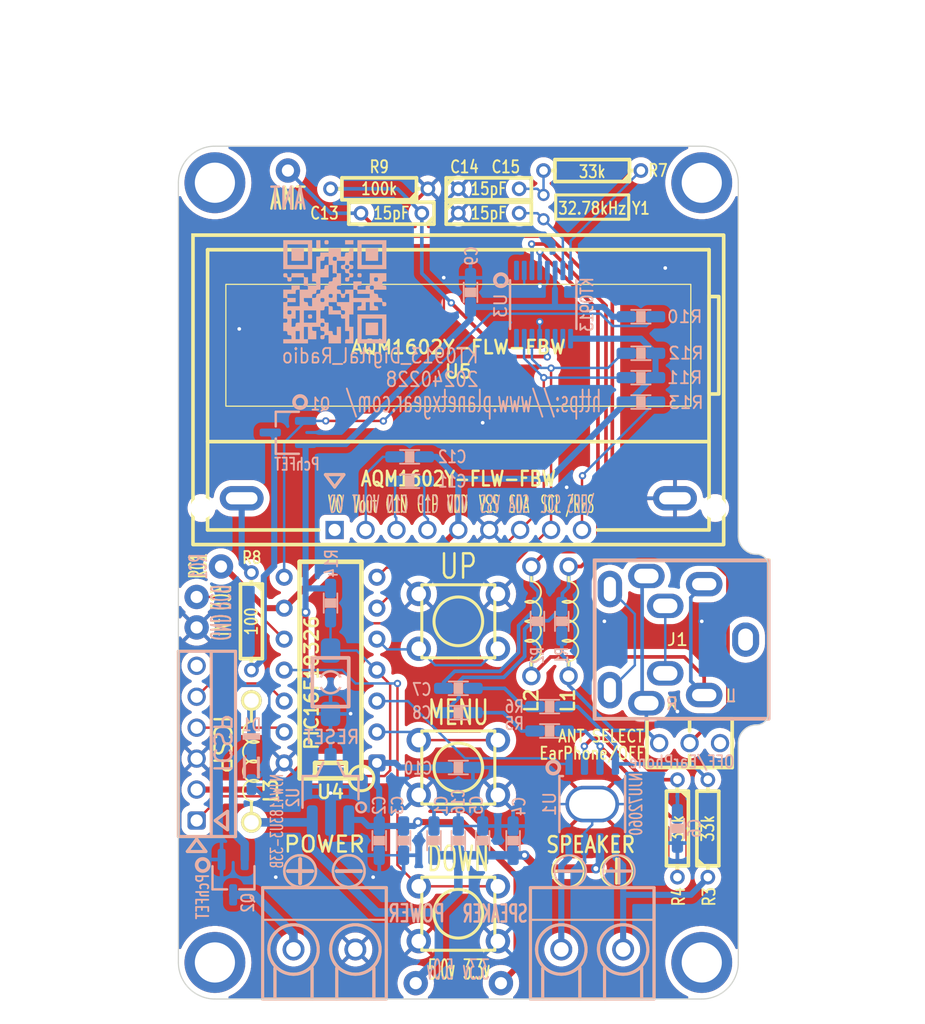
<source format=kicad_pcb>
(kicad_pcb (version 20221018) (generator pcbnew)
  (layers (0 "F.Cu" signal) (31 "B.Cu" signal) (34 "B.Paste" user) (35 "F.Paste" user) (36 "B.SilkS" user "B.Silkscreen") (37 "F.SilkS" user "F.Silkscreen") (38 "B.Mask" user) (39 "F.Mask" user) (44 "Edge.Cuts" user))
  (net 0 "")
  (net 1 "GND")
  (net 2 "+5.0V")
  (net 3 "+3.3V")
  (net 4 "Net-(U3-XI{slash}RCLK)")
  (net 5 "Net-(C8-Pad2)")
  (net 6 "Net-(C7-Pad2)")
  (net 7 "/POWER_RADIO_LCD")
  (net 8 "Net-(U5-VOUT)")
  (net 9 "Net-(U5-CAP1N)")
  (net 10 "Net-(U5-CAP1P)")
  (net 11 "/MCLR")
  (net 12 "/ICSPDATA")
  (net 13 "/ICSPCLK")
  (net 15 "unconnected-(J1-L2-Pad4)")
  (net 16 "unconnected-(J1-R2-Pad5)")
  (net 21 "/POWER_BackLight")
  (net 22 "/PBL1")
  (net 23 "/SP2")
  (net 24 "Net-(U3-XO)")
  (net 25 "/PBL2")
  (net 26 "/SDA")
  (net 27 "/SCL")
  (net 28 "Net-(U5-~{RST})")
  (net 29 "/SP1")
  (net 30 "/POWER_AMP")
  (net 37 "Net-(C15-Pad2)")
  (net 38 "/ANT2")
  (net 39 "/ANT1")
  (net 40 "/Rout1")
  (net 41 "/Lout1")
  (net 42 "/ANT3")
  (net 43 "/Lout2")
  (net 44 "Net-(U1-Bypass)")
  (net 45 "Net-(U1-IN-)")
  (net 46 "Net-(U1-IN+)")
  (net 47 "Net-(CN1-VCC)")
  (net 49 "Net-(U4-RA5)")
  (net 50 "Net-(U4-RC5)")
  (net 51 "Net-(U4-RA2)")
  (net 52 "Net-(PAD10-P)")
  (net 53 "Net-(D1-K)")
  (footprint "lib:DIP-14_300_MU" (layer "F.Cu") (at 112.5 93 90)
    (fp_text reference "U4")
    (fp_text value "PIC16F18326")
  )
  (footprint "lib:SW_PUSH-6mm_AK" (layer "F.Cu") (at 123 101)
    (fp_text reference "SW1" hide)
    (fp_text value "MENU")
  )
  (footprint "lib:PAD3mmX5mm" (layer "F.Cu") (at 143 53)
    (fp_text reference "PAD1" hide)
    (fp_text value "PAD" hide)
  )
  (footprint "lib:PAD1mmX2m" (layer "F.Cu") (at 109 52)
    (fp_text reference "ANT1" hide)
    (fp_text value "ANT")
  )
  (footprint "lib:JUMPER1-3" (layer "F.Cu") (at 139.5 99)
    (fp_text reference "JUMPER1" hide)
    (fp_text value "ANT SELECT")
  )
  (footprint "lib:PAD3mmX5mm" (layer "F.Cu") (at 103 117)
    (fp_text reference "PAD3" hide)
    (fp_text value "PAD" hide)
  )
  (footprint "lib:PAD1mmX2m" (layer "F.Cu") (at 101.5 87)
    (fp_text reference "PAD10" hide)
    (fp_text value "RC0")
  )
  (footprint "lib:PAD1mmX2m" (layer "F.Cu") (at 119.5 118.7)
    (fp_text reference "PAD6" hide)
    (fp_text value "5.0v")
  )
  (footprint "lib:R4_MU8mm" (layer "F.Cu") (at 143.5 110 90)
    (fp_text reference "R3")
    (fp_text value "33k")
  )
  (footprint "lib:L4_MU9mm" (layer "F.Cu") (at 132.059921 93.5 90)
    (fp_text reference "L1")
    (fp_text value "100uH" hide)
  )
  (footprint "lib:SW_PUSH-6mm_AK" (layer "F.Cu") (at 123 113)
    (fp_text reference "SW3" hide)
    (fp_text value "DOWN")
  )
  (footprint "lib:L4_MU9mm" (layer "F.Cu") (at 129 93.5 90)
    (fp_text reference "L2")
    (fp_text value "100uH" hide)
  )
  (footprint "lib:X_TAL_VT200" (layer "F.Cu") (at 130 55 -90)
    (fp_text reference "Y1")
    (fp_text value "32.78kHz")
  )
  (footprint "lib:R4_MU8mm" (layer "F.Cu") (at 138 52 180)
    (fp_text reference "R7")
    (fp_text value "33k")
  )
  (footprint "lib:PAD1mmX2m" (layer "F.Cu") (at 103.5 84.5)
    (fp_text reference "PAD5" hide)
    (fp_text value "RC1")
  )
  (footprint "lib:SW_PUSH-6mm_AK" (layer "F.Cu") (at 123 89 180)
    (fp_text reference "SW2" hide)
    (fp_text value "UP")
  )
  (footprint "lib:PAD3mmX5mm" (layer "F.Cu") (at 143 117)
    (fp_text reference "PAD4" hide)
    (fp_text value "PAD" hide)
  )
  (footprint "lib:C2_MU5mm" (layer "F.Cu") (at 120 55.5 180)
    (fp_text reference "C13")
    (fp_text value "15pF")
  )
  (footprint "lib:TERMINAL_2P_POWER" (layer "F.Cu") (at 112 120)
    (fp_text reference "CN1" hide)
    (fp_text value "POWER")
  )
  (footprint "lib:PAD1mmX2m" (layer "F.Cu") (at 101.5 89.5 -90)
    (fp_text reference "PAD8" hide)
    (fp_text value "GND")
  )
  (footprint "lib:JACK_EarPhone_MJ-352W-C_R" (layer "F.Cu") (at 148.5 90.5)
    (fp_text reference "J1")
    (fp_text value "MJ-352W-C/AJ-1780\n" hide)
  )
  (footprint "lib:L4_MU10mm" (layer "F.Cu") (at 106 95.5 -90)
    (fp_text reference "L3")
    (fp_text value "100uH" hide)
  )
  (footprint "lib:PAD3mmX5mm" (layer "F.Cu") (at 103 53)
    (fp_text reference "PAD2" hide)
    (fp_text value "PAD" hide)
  )
  (footprint "lib:C2_MU5mm" (layer "F.Cu") (at 123 53.5)
    (fp_text reference "C15")
    (fp_text value "15pF")
  )
  (footprint "lib:C2_MU5mm" (layer "F.Cu") (at 123 55.5)
    (fp_text reference "C14")
    (fp_text value "15pF")
  )
  (footprint "lib:LCD_AQM1602Y-FLW-FBW" (layer "F.Cu") (at 123 81.5)
    (fp_text reference "U5")
    (fp_text value "AQM1602Y-FLW-FBW")
  )
  (footprint "lib:R4_MU8mm" (layer "F.Cu") (at 141 102 -90)
    (fp_text reference "R4")
    (fp_text value "33k")
  )
  (footprint "lib:PAD1mmX2m" (layer "F.Cu") (at 126.5 118.7 90)
    (fp_text reference "PAD7" hide)
    (fp_text value "3.3v")
  )
  (footprint "lib:R4_MU8mm" (layer "F.Cu") (at 120.5 53.5 180)
    (fp_text reference "R9")
    (fp_text value "100k")
  )
  (footprint "lib:R4_MU8mm" (layer "F.Cu") (at 106 85 -90)
    (fp_text reference "R8")
    (fp_text value "100")
  )
  (footprint "lib:QHP_PlanetxGear" (layer "F.Cu") (at 93.5 83.5)
    (fp_text reference "O2" hide)
    (fp_text value "QHP_PlanetxGear" hide)
  )
  (footprint "lib:SMD_0603_1608_MU_HandSolder" (layer "B.Cu") (at 112.5 87.5 90)
    (fp_text reference "R14")
    (fp_text value "10k" hide)
  )
  (footprint "lib:SMD_0603_1608_MU_HandSolder" (layer "B.Cu") (at 138 64 180)
    (fp_text reference "R10")
    (fp_text value "10k" hide)
  )
  (footprint "lib:SMD_0603_1608_MU_HandSolder" (layer "B.Cu") (at 119 77.5)
    (fp_text reference "C11")
    (fp_text value "1uF" hide)
  )
  (footprint "lib:SMD_0603_1608_MU_HandSolder" (layer "B.Cu") (at 138 69 180)
    (fp_text reference "R11")
    (fp_text value "10k" hide)
  )
  (footprint "lib:SMD_0603_1608_MU_HandSolder" (layer "B.Cu") (at 123 96.5)
    (fp_text reference "C8")
    (fp_text value "1uF" hide)
  )
  (footprint "lib:SC-76A" (layer "B.Cu") (at 106 101 -90)
    (fp_text reference "D1")
    (fp_text value "HZU6.8GTRF-P-E" hide)
  )
  (footprint "lib:QR_PlanetxGear" (layer "B.Cu") (at 112.85 61.95 180)
    (fp_text reference "O1" hide)
    (fp_text value "QR_PlanetxGear" hide)
  )
  (footprint "lib:SMD_0603_1608_MU_HandSolder" (layer "B.Cu") (at 124 62 -90)
    (fp_text reference "C9")
    (fp_text value "1uF" hide)
  )
  (footprint "lib:SOP-8_6x5mm_P1.27mm_EP3.0x4.4mm_ThermalVias" (layer "B.Cu") (at 134 104 -90)
    (fp_text reference "U1")
    (fp_text value "NJU72060")
  )
  (footprint "lib:SSOP-16_MU_3.9x4.9mm_P0.635mm" (layer "B.Cu") (at 130 63 -90)
    (fp_text reference "U3")
    (fp_text value "KT0913")
  )
  (footprint "lib:SMD_0603_1608_MU_HandSolder" (layer "B.Cu") (at 116.5 107 -90)
    (fp_text reference "C2")
    (fp_text value "1uF" hide)
  )
  (footprint "lib:SMD_0603_1608_MU_HandSolder" (layer "B.Cu") (at 138 71 180)
    (fp_text reference "R13")
    (fp_text value "10k" hide)
  )
  (footprint "lib:PINHEAD1-PICkit_ICSP_Tin" (layer "B.Cu") (at 101.5 99 90)
    (fp_text reference "CN2" hide)
    (fp_text value "CN-ICSP" hide)
  )
  (footprint "lib:SMD_0603_1608_MU_HandSolder" (layer "B.Cu") (at 118.5 107 -90)
    (fp_text reference "C3")
    (fp_text value "1uF" hide)
  )
  (footprint "lib:SMD_0603_1608_MU_HandSolder" (layer "B.Cu") (at 121 107 90)
    (fp_text reference "C1")
    (fp_text value "1uF" hide)
  )
  (footprint "lib:SMD_0603_1608_MU_HandSolder" (layer "B.Cu") (at 130.5 96 180)
    (fp_text reference "R6")
    (fp_text value "10k" hide)
  )
  (footprint "lib:SMD_0603_1608_MU_HandSolder" (layer "B.Cu") (at 131.5 89 90)
    (fp_text reference "R1")
    (fp_text value "10k" hide)
  )
  (footprint "lib:SW_PUSH_TVAF06-A020B-R" (layer "B.Cu") (at 112.5 94 -90)
    (fp_text reference "SW4" hide)
    (fp_text value "RESET")
  )
  (footprint "lib:SMD_0603_1608_MU_HandSolder" (layer "B.Cu") (at 129.5 89 90)
    (fp_text reference "R2")
    (fp_text value "10k" hide)
  )
  (footprint "lib:SMD_0603_1608_MU_HandSolder" (layer "B.Cu") (at 127.5 107 -90)
    (fp_text reference "C4")
    (fp_text value "1uF" hide)
  )
  (footprint "lib:TERMINAL_2P" (layer "B.Cu") (at 134 120 180)
    (fp_text reference "SP1" hide)
    (fp_text value "SPEAKER")
  )
  (footprint "lib:SMD_0603_1608_MU_HandSolder" (layer "B.Cu") (at 138 67 180)
    (fp_text reference "R12")
    (fp_text value "10k" hide)
  )
  (footprint "lib:SMD_0603_1608_MU_HandSolder" (layer "B.Cu") (at 130.5 98 180)
    (fp_text reference "R5")
    (fp_text value "10k" hide)
  )
  (footprint "lib:SMD_0603_1608_MU_HandSolder" (layer "B.Cu") (at 123 107 90)
    (fp_text reference "C16")
    (fp_text value "1uF" hide)
  )
  (footprint "lib:SOT-23-3_MU_Handsoldering" (layer "B.Cu") (at 109 73.5 180)
    (fp_text reference "Q1")
    (fp_text value "SSM3J332RLF" hide)
  )
  (footprint "lib:SMD_0603_1608_MU_HandSolder" (layer "B.Cu") (at 141 106 -90)
    (fp_text reference "C6")
    (fp_text value "1uF" hide)
  )
  (footprint "lib:SOT-23-3_MU_Handsoldering" (layer "B.Cu") (at 104.5 110 -90)
    (fp_text reference "Q2")
    (fp_text value "SSM3J332RLF" hide)
  )
  (footprint "lib:SMD_0603_1608_MU_HandSolder" (layer "B.Cu") (at 123 101)
    (fp_text reference "C10")
    (fp_text value "1uF" hide)
  )
  (footprint "lib:SMD_0603_1608_MU_HandSolder" (layer "B.Cu") (at 119 75.5 180)
    (fp_text reference "C12")
    (fp_text value "1uF" hide)
  )
  (footprint "lib:SOT-89-3_MU_Handsoldering" (layer "B.Cu") (at 112.5 103 90)
    (fp_text reference "U2")
    (fp_text value "NJW4183U3-33B")
  )
  (footprint "lib:SMD_0603_1608_MU_HandSolder" (layer "B.Cu") (at 125 107 -90)
    (fp_text reference "C5")
    (fp_text value "1uF" hide)
  )
  (footprint "lib:SMD_0603_1608_MU_HandSolder" (layer "B.Cu") (at 123 94.5)
    (fp_text reference "C7")
    (fp_text value "1uF" hide)
  )
  (gr_line (start 133.2 109.5) (end 131.2 109.5) (stroke (width 0.25)) (layer "B.SilkS"))
  (gr_circle (center 132.2 109.5) (end 132.2 108.2) (stroke (width 0.15)) (fill none) (layer "B.SilkS"))
  (gr_circle (center 136.2 109.5) (end 136.2 108.2) (stroke (width 0.15)) (fill none) (layer "B.SilkS"))
  (gr_line (start 137.2 109.5) (end 135.2 109.5) (stroke (width 0.25)) (layer "B.SilkS"))
  (gr_line (start 136.2 108.5) (end 136.2 110.5) (stroke (width 0.25)) (layer "B.SilkS"))
  (gr_circle (center 132 109.5) (end 132 108.2) (stroke (width 0.15)) (fill none) (layer "F.SilkS"))
  (gr_circle (center 136 109.5) (end 136 108.2) (stroke (width 0.15)) (fill none) (layer "F.SilkS"))
  (gr_line (start 136 110.5) (end 136 108.5) (stroke (width 0.25)) (layer "F.SilkS"))
  (gr_line (start 135 109.5) (end 137 109.5) (stroke (width 0.25)) (layer "F.SilkS"))
  (gr_line (start 131 109.5) (end 133 109.5) (stroke (width 0.25)) (layer "F.SilkS"))
  (gr_arc (start 147.5 83.5) (mid 146.43934 83.06066) (end 146 82) (stroke (width 0.1)) (layer "Edge.Cuts"))
  (gr_line (start 103 120) (end 143 120) (stroke (width 0.1)) (layer "Edge.Cuts"))
  (gr_arc (start 148.5 96.5) (mid 148.207107 97.207107) (end 147.5 97.5) (stroke (width 0.1)) (layer "Edge.Cuts"))
  (gr_line (start 146 53) (end 146 82) (stroke (width 0.1)) (layer "Edge.Cuts"))
  (gr_line (start 103 50) (end 143 50) (stroke (width 0.1)) (layer "Edge.Cuts"))
  (gr_arc (start 147.5 83.5) (mid 148.207107 83.792893) (end 148.5 84.5) (stroke (width 0.1)) (layer "Edge.Cuts"))
  (gr_line (start 146 99) (end 146 117) (stroke (width 0.1)) (layer "Edge.Cuts"))
  (gr_arc (start 100 53) (mid 100.87868 50.87868) (end 103 50) (stroke (width 0.1)) (layer "Edge.Cuts"))
  (gr_arc (start 143 50) (mid 145.12132 50.87868) (end 146 53) (stroke (width 0.1)) (layer "Edge.Cuts"))
  (gr_arc (start 103 120) (mid 100.87868 119.12132) (end 100 117) (stroke (width 0.1)) (layer "Edge.Cuts"))
  (gr_line (start 100 53) (end 100 117) (stroke (width 0.1)) (layer "Edge.Cuts"))
  (gr_arc (start 146 117) (mid 145.12132 119.12132) (end 143 120) (stroke (width 0.1)) (layer "Edge.Cuts"))
  (gr_line (start 148.5 84.5) (end 148.5 96.5) (stroke (width 0.1)) (layer "Edge.Cuts"))
  (gr_arc (start 146 99) (mid 146.43934 97.93934) (end 147.5 97.5) (stroke (width 0.1)) (layer "Edge.Cuts"))
  (gr_text "OFF/EarPhone" (at 145.775 101.125) (layer "B.SilkS") (effects (font (size 1 0.8) (thickness 0.15) bold) (justify left bottom mirror)))
  (gr_text "R" (at 141.15 96.35) (layer "B.SilkS") (effects (font (size 1 1)) (justify left bottom mirror)))
  (gr_text "L" (at 145.95 95.7) (layer "B.SilkS") (effects (font (size 1 1)) (justify left bottom mirror)))
  (gr_text "KT0913_Digital_Radio\n20240228" (at 124.75 69.85) (layer "B.SilkS") (effects (font (size 1.2 1)) (justify left bottom mirror)))
  (gr_text "EarPhone/OFF" (at 129.57 100.42) (layer "F.SilkS") (effects (font (size 1 0.8) (thickness 0.15) bold) (justify left bottom)))
  (gr_text "L" (at 144.85 95.7) (layer "F.SilkS") (effects (font (size 1 1)) (justify left bottom)))
  (gr_text "R" (at 139.95 96.35) (layer "F.SilkS") (effects (font (size 1 1)) (justify left bottom)))
  (segment (start 124.87 113.86) (end 126.27 115.26) (width 0.2) (layer "F.Cu") (net 1))
  (segment (start 118.3 113.77) (end 119.79 115.26) (width 0.2) (layer "F.Cu") (net 1))
  (segment (start 129.69 64.41) (end 129.69 61.51) (width 0.2) (layer "F.Cu") (net 1))
  (segment (start 117.34 89.16) (end 115.36 89.16) (width 0.2) (layer "F.Cu") (net 1))
  (segment (start 125.54 81.5) (end 124.42 80.38) (width 0.2) (layer "F.Cu") (net 1))
  (segment (start 121.14 113.86) (end 124.87 113.86) (width 0.2) (layer "F.Cu") (net 1))
  (segment (start 114.54 115.936) (end 116.706 113.77) (width 0.2) (layer "F.Cu") (net 1))
  (segment (start 121.81 77.77) (end 121.81 60.8) (width 0.2) (layer "F.Cu") (net 1))
  (segment (start 114.15 90.37) (end 114.15 96.58) (width 0.2) (layer "F.Cu") (net 1))
  (segment (start 140.8 78.9) (end 140.7 79) (width 0.2) (layer "F.Cu") (net 1))
  (segment (start 119.75 115.25) (end 121.14 113.86) (width 0.2) (layer "F.Cu") (net 1))
  (segment (start 116.706 113.77) (end 118.3 113.77) (width 0.2) (layer "F.Cu") (net 1))
  (segment (start 119.75 86.75) (end 117.34 89.16) (width 0.2) (layer "F.Cu") (net 1))
  (segment (start 124.42 80.38) (end 121.81 77.77) (width 0.2) (layer "F.Cu") (net 1))
  (segment (start 115.36 89.16) (end 114.15 90.37) (width 0.2) (layer "F.Cu") (net 1))
  (segment (start 129.69 61.51) (end 129.7 61.5) (width 0.2) (layer "F.Cu") (net 1))
  (segment (start 121.81 60.8) (end 121.8 60.79) (width 0.2) (layer "F.Cu") (net 1))
  (via (at 129.69 64.41) (size 0.6) (drill 0.3) (layers "F.Cu" "B.Cu") (net 1))
  (via (at 125 72.7) (size 0.6) (drill 0.3) (layers "F.Cu" "B.Cu") (net 1))
  (via (at 141 96.4) (size 0.6) (drill 0.3) (layers "F.Cu" "B.Cu") (net 1))
  (via (at 114.15 96.58) (size 0.6) (drill 0.3) (layers "F.Cu" "B.Cu") (net 1))
  (via (at 129.7 61.5) (size 0.6) (drill 0.3) (layers "F.Cu" "B.Cu") (net 1))
  (via (at 131.9 78) (size 0.6) (drill 0.3) (layers "F.Cu" "B.Cu") (net 1))
  (via (at 116 110) (size 0.6) (drill 0.3) (layers "F.Cu" "B.Cu") (net 1))
  (via (at 121.8 60.79) (size 0.6) (drill 0.3) (layers "F.Cu" "B.Cu") (net 1))
  (via (at 143 89) (size 0.6) (drill 0.3) (layers "F.Cu" "B.Cu") (net 1))
  (via (at 108 110) (size 0.6) (drill 0.3) (layers "F.Cu" "B.Cu") (net 1))
  (via (at 112.5 103.1) (size 0.6) (drill 0.3) (layers "F.Cu" "B.Cu") (net 1))
  (via (at 140 60) (size 0.6) (drill 0.3) (layers "F.Cu" "B.Cu") (net 1))
  (via (at 105 65) (size 0.6) (drill 0.3) (layers "F.Cu" "B.Cu") (net 1))
  (via (at 135 89) (size 0.6) (drill 0.3) (layers "F.Cu" "B.Cu") (net 1))
  (segment (start 116.5 108.2) (end 119.46 108.2) (width 0.2) (layer "B.Cu") (net 1))
  (segment (start 129.82 111.68) (end 129.82 105.8) (width 0.2) (layer "B.Cu") (net 1))
  (segment (start 110.4 101.5) (end 110.8 101.1) (width 0.2) (layer "B.Cu") (net 1))
  (segment (start 126.54 61.5) (end 125.83 60.79) (width 0.2) (layer "B.Cu") (net 1))
  (segment (start 128.4125 60.2) (end 128.4125 61.4925) (width 0.2) (layer "B.Cu") (net 1))
  (segment (start 125.83 60.79) (end 123.97 60.79) (width 0.2) (layer "B.Cu") (net 1))
  (segment (start 126.25 115.25) (end 129.82 111.68) (width 0.2) (layer "B.Cu") (net 1))
  (segment (start 124.4 82.64) (end 124.4 84.94) (width 0.2) (layer "B.Cu") (net 1))
  (segment (start 133.365 107.3) (end 133.365 109.765) (width 0.2) (layer "B.Cu") (net 1))
  (segment (start 123.98 60.79) (end 123.99 60.8) (width 0.2) (layer "B.Cu") (net 1))
  (segment (start 127.52 104.52) (end 127.52 105.76) (width 0.2) (layer "B.Cu") (net 1))
  (segment (start 109.57 101.5) (end 110.4 101.5) (width 0.2) (layer "B.Cu") (net 1))
  (segment (start 140.8 78.9) (end 128.17 78.9) (width 0.2) (layer "B.Cu") (net 1))
  (segment (start 106.91 102.4) (end 106.02 102.4) (width 0.2) (layer "B.Cu") (net 1))
  (segment (start 112.5 96.6) (end 112.5 100.78) (width 0.2) (layer "B.Cu") (net 1))
  (segment (start 134 105.7) (end 133.365 106.335) (width 0.2) (layer "B.Cu") (net 1))
  (segment (start 128.42 61.5) (end 126.54 61.5) (width 0.2) (layer "B.Cu") (net 1))
  (segment (start 119.75 103.25) (end 121 104.5) (width 0.2) (layer "B.Cu") (net 1))
  (segment (start 121 105.8) (end 123 105.8) (width 0.2) (layer "B.Cu") (net 1))
  (segment (start 120.5 53.5) (end 121.44 52.56) (width 0.2) (layer "B.Cu") (net 1))
  (segment (start 130.07 61.5) (end 129.7 61.5) (width 0.2) (layer "B.Cu") (net 1))
  (segment (start 134.03 105.35) (end 134.03 104) (width 0.2) (layer "B.Cu") (net 1))
  (segment (start 112.55 96.58) (end 112.52 96.61) (width 0.2) (layer "B.Cu") (net 1))
  (segment (start 108.69 100.62) (end 107.47 99.4) (width 0.2) (layer "B.Cu") (net 1))
  (segment (start 123.98 60.72) (end 123.97 60.73) (width 0.2) (layer "B.Cu") (net 1))
  (segment (start 124.2 101) (end 124.2 102.19) (width 0.2) (layer "B.Cu") (net 1))
  (segment (start 103.55 102.33) (end 101.48 100.26) (width 0.2) (layer "B.Cu") (net 1))
  (segment (start 129.82 105.28) (end 129.82 105.8) (width 0.2) (layer "B.Cu") (net 1))
  (segment (start 125.19 102.19) (end 124.2 102.19) (width 0.2) (layer "B.Cu") (net 1))
  (segment (start 126.25 103.25) (end 127.52 104.52) (width 0.2) (layer "B.Cu") (net 1))
  (segment (start 112.5 100.78) (end 112.55 100.83) (width 0.2) (layer "B.Cu") (net 1))
  (segment (start 103.15 91.15) (end 101.5 89.5) (width 0.2) (layer "B.Cu") (net 1))
  (segment (start 121.8 60.79) (end 123.98 60.79) (width 0.2) (layer "B.Cu") (net 1))
  (segment (start 140 107.2) (end 141 107.2) (width 0.2) (layer "B.Cu") (net 1))
  (segment (start 130.3175 60.2) (end 130.3175 61.2525) (width 0.2) (layer "B.Cu") (net 1))
  (segment (start 129.7 61.5) (end 128.42 61.5) (width 0.2) (layer "B.Cu") (net 1))
  (segment (start 134 104) (end 134 105.7) (width 0.2) (layer "B.Cu") (net 1))
  (segment (start 121.56 84.94) (end 124.4 84.94) (width 0.2) (layer "B.Cu") (net 1))
  (segment (start 124.2 102.19) (end 120.77 102.19) (width 0.2) (layer "B.Cu") (net 1))
  (segment (start 123 55.5) (end 123.98 56.48) (width 0.2) (layer "B.Cu") (net 1))
  (segment (start 114.15 96.58) (end 112.55 96.58) (width 0.2) (layer "B.Cu") (net 1))
  (segment (start 113.46 108.23) (end 116.5 108.23) (width 0.2) (layer "B.Cu") (net 1))
  (segment (start 120.77 102.19) (end 119.76 103.2) (width 0.2) (layer "B.Cu") (net 1))
  (segment (start 119.73 106.44) (end 120.37 105.8) (width 0.2) (layer "B.Cu") (net 1))
  (segment (start 103.15 98.68) (end 101.56 100.27) (width 0.2) (layer "B.Cu") (net 1))
  (segment (start 103.55 108.55) (end 103.55 102.33) (width 0.2) (layer "B.Cu") (net 1))
  (segment (start 125.54 81.5) (end 124.4 82.64) (width 0.2) (layer "B.Cu") (net 1))
  (segment (start 110.8 101.1) (end 111.99 101.1) (width 0.2) (layer "B.Cu") (net 1))
  (segment (start 119.46 108.2) (end 119.73 107.93) (width 0.2) (layer "B.Cu") (net 1))
  (segment (start 108.69 100.62) (end 106.91 102.4) (width 0.2) (layer "B.Cu") (net 1))
  (segment (start 112.5 107.27) (end 113.46 108.23) (width 0.2) (layer "B.Cu") (net 1))
  (segment (start 121.44 52.56) (end 122.03 52.56) (width 0.2) (layer "B.Cu") (net 1))
  (segment (start 129.6825 64.4175) (end 129.69 64.41) (width 0.2) (layer "B.Cu") (net 1))
  (segment (start 119.73 107.93) (end 119.73 106.44) (width 0.2) (layer "B.Cu") (net 1))
  (segment (start 128.17 78.9) (end 125.53 81.54) (width 0.2) (layer "B.Cu") (net 1))
  (segment (start 136.8 104) (end 140 107.2) (width 0.2) (layer "B.Cu") (net 1))
  (segment (start 131.1 104) (end 129.82 105.28) (width 0.2) (layer "B.Cu") (net 1))
  (segment (start 120.37 105.8) (end 121 105.8) (width 0.2) (layer "B.Cu") (net 1))
  (segment (start 134 104) (end 131.1 104) (width 0.2) (layer "B.Cu") (net 1))
  (segment (start 123.74 54.79) (end 122.97 55.56) (width 0.2) (layer "B.Cu") (net 1))
  (segment (start 103.15 95.2) (end 103.15 91.15) (width 0.2) (layer "B.Cu") (net 1))
  (segment (start 124.4 84.94) (end 126.21 86.75) (width 0.2) (layer "B.Cu") (net 1))
  (segment (start 121 104.5) (end 121 105.79) (width 0.2) (layer "B.Cu") (net 1))
  (segment (start 134 104) (end 136.8 104) (width 0.2) (layer "B.Cu") (net 1))
  (segment (start 111.99 101.1) (end 112.5 100.59) (width 0.2) (layer "B.Cu") (net 1))
  (segment (start 112.5 104.9) (end 112.5 107.27) (width 0.2) (layer "B.Cu") (net 1))
  (segment (start 123 53.5) (end 123.74 54.24) (width 0.2) (layer "B.Cu") (net 1))
  (segment (start 107.47 95.07) (end 106.7 94.3) (width 0.2) (layer "B.Cu") (net 1))
  (segment (start 130.3175 61.2525) (end 130.07 61.5) (width 0.2) (layer "B.Cu") (net 1))
  (segment (start 107.47 99.4) (end 107.47 95.07) (width 0.2) (layer "B.Cu") (net 1))
  (segment (start 119.75 86.75) (end 121.56 84.94) (width 0.2) (layer "B.Cu") (net 1))
  (segment (start 103.15 97.48) (end 103.15 95.2) (width 0.2) (layer "B.Cu") (net 1))
  (segment (start 128.4125 61.4925) (end 128.42 61.5) (width 0.2) (layer "B.Cu") (net 1))
  (segment (start 122.03 52.56) (end 123 53.53) (width 0.2) (layer "B.Cu") (net 1))
  (segment (start 133.365 106.335) (end 133.365 107.3) (width 0.2) (layer "B.Cu") (net 1))
  (segment (start 129.6825 65.8) (end 129.6825 64.4175) (width 0.2) (layer "B.Cu") (net 1))
  (segment (start 106.7 94.3) (end 103.15 94.3) (width 0.2) (layer "B.Cu") (net 1))
  (segment (start 126.25 103.25) (end 125.19 102.19) (width 0.2) (layer "B.Cu") (net 1))
  (segment (start 108.69 100.62) (end 109.57 101.5) (width 0.2) (layer "B.Cu") (net 1))
  (segment (start 129.82 105.8) (end 123 105.8) (width 0.2) (layer "B.Cu") (net 1))
  (segment (start 123.74 54.24) (end 123.74 54.79) (width 0.2) (layer "B.Cu") (net 1))
  (segment (start 103.15 97.48) (end 103.15 98.68) (width 0.2) (layer "B.Cu") (net 1))
  (segment (start 123.98 56.48) (end 123.98 60.72) (width 0.2) (layer "B.Cu") (net 1))
  (segment (start 129.54 109.3) (end 128.44 108.2) (width 0.7) (layer "F.Cu") (net 2))
  (segment (start 134.3 109.3) (end 129.54 109.3) (width 0.7) (layer "F.Cu") (net 2))
  (via (at 134.3 109.3) (size 0.8) (drill 0.4) (layers "F.Cu" "B.Cu") (net 2))
  (via (at 128.44 108.2) (size 0.8) (drill 0.4) (layers "F.Cu" "B.Cu") (net 2))
  (segment (start 121.4 112.9) (end 121.35 112.85) (width 0.7) (layer "B.Cu") (net 2))
  (segment (start 123 108.2) (end 125 108.2) (width 0.7) (layer "B.Cu") (net 2))
  (segment (start 121.35 112.85) (end 121.3 112.9) (width 0.7) (layer "B.Cu") (net 2))
  (segment (start 134.635 107.3) (end 134.635 108.965) (width 0.7) (layer "B.Cu") (net 2))
  (segment (start 125 108.2) (end 127.5 108.2) (width 0.7) (layer "B.Cu") (net 2))
  (segment (start 110.9 105.5) (end 111 105.4) (width 0.7) (layer "B.Cu") (net 2))
  (segment (start 119.5 118.5) (end 121.4 116.6) (width 0.7) (layer "B.Cu") (net 2))
  (segment (start 121.35 112.85) (end 123 111.2) (width 0.7) (layer "B.Cu") (net 2))
  (segment (start 116.3 112.9) (end 111 107.6) (width 0.7) (layer "B.Cu") (net 2))
  (segment (start 111 107.6) (end 111 105.35) (width 0.7) (layer "B.Cu") (net 2))
  (segment (start 121.3 112.9) (end 116.3 112.9) (width 0.7) (layer "B.Cu") (net 2))
  (segment (start 121.4 116.6) (end 121.4 112.9) (width 0.7) (layer "B.Cu") (net 2))
  (segment (start 128.44 108.2) (end 127.5 108.2) (width 0.7) (layer "B.Cu") (net 2))
  (segment (start 121 108.2) (end 123 108.2) (width 0.7) (layer "B.Cu") (net 2))
  (segment (start 134.635 108.965) (end 134.3 109.3) (width 0.7) (layer "B.Cu") (net 2))
  (segment (start 106 105.5) (end 110.9 105.5) (width 0.7) (layer "B.Cu") (net 2))
  (segment (start 123 111.2) (end 123 108.1) (width 0.7) (layer "B.Cu") (net 2))
  (segment (start 110.44 100.54) (end 108.17 102.81) (width 0.5) (layer "F.Cu") (net 3))
  (segment (start 110.45 88.25) (end 110.44 88.26) (width 0.5) (layer "F.Cu") (net 3))
  (segment (start 116.31 100.62) (end 110.37 100.62) (width 0.5) (layer "F.Cu") (net 3))
  (segment (start 127.78 117.43) (end 126.52 118.69) (width 0.5) (layer "F.Cu") (net 3))
  (segment (start 123.34 105.48) (end 127.78 109.92) (width 0.5) (layer "F.Cu") (net 3))
  (segment (start 119.68 105.48) (end 123.34 105.48) (width 0.5) (layer "F.Cu") (net 3))
  (segment (start 108.17 102.81) (end 101.5 102.81) (width 0.5) (layer "F.Cu") (net 3))
  (segment (start 110.44 88.26) (end 110.44 100.54) (width 0.5) (layer "F.Cu") (net 3))
  (segment (start 127.78 109.92) (end 127.78 117.43) (width 0.5) (layer "F.Cu") (net 3))
  (via (at 110.45 88.25) (size 0.8) (drill 0.4) (layers "F.Cu" "B.Cu") (net 3))
  (via (at 119.68 105.48) (size 0.8) (drill 0.4) (layers "F.Cu" "B.Cu") (net 3))
  (segment (start 118.2 101) (end 121.8 101) (width 0.5) (layer "B.Cu") (net 3))
  (segment (start 116.5 102.7) (end 116.5 105.8) (width 0.5) (layer "B.Cu") (net 3))
  (segment (start 130.96 63.2) (end 134.9 63.2) (width 0.5) (layer "B.Cu") (net 3))
  (segment (start 130.94 63.16) (end 130.94 61.73) (width 0.5) (layer "B.Cu") (net 3))
  (segment (start 116.31 101.89) (end 116.31 102.51) (width 0.5) (layer "B.Cu") (net 3))
  (segment (start 135.7 64) (end 136.8 64) (width 0.5) (layer "B.Cu") (net 3))
  (segment (start 118.5 105.8) (end 119.36 105.8) (width 0.5) (layer "B.Cu") (net 3))
  (segment (start 124 64.2) (end 113.75 74.45) (width 0.5) (layer "B.Cu") (net 3))
  (segment (start 115.6 105.8) (end 115.1 105.3) (width 0.5) (layer "B.Cu") (net 3))
  (segment (start 116.31 100.62) (end 117.82 100.62) (width 0.5) (layer "B.Cu") (net 3))
  (segment (start 130.94 60.28) (end 130.9 60.24) (width 0.3) (layer "B.Cu") (net 3))
  (segment (start 110.566593 86.3) (end 112.21 86.3) (width 0.5) (layer "B.Cu") (net 3))
  (segment (start 116.31 102.51) (end 116.5 102.7) (width 0.5) (layer "B.Cu") (net 3))
  (segment (start 116.5 105.8) (end 115.6 105.8) (width 0.5) (layer "B.Cu") (net 3))
  (segment (start 134.9 63.2) (end 135.7 64) (width 0.5) (layer "B.Cu") (net 3))
  (segment (start 130.94 61.73) (end 130.94 60.28) (width 0.3) (layer "B.Cu") (net 3))
  (segment (start 124 63.2) (end 130.9 63.2) (width 0.5) (layer "B.Cu") (net 3))
  (segment (start 119.36 105.8) (end 119.68 105.48) (width 0.5) (layer "B.Cu") (net 3))
  (segment (start 117.82 100.62) (end 118.2 101) (width 0.5) (layer "B.Cu") (net 3))
  (segment (start 124 63.2) (end 124 64.2) (width 0.5) (layer "B.Cu") (net 3))
  (segment (start 115.1 105.3) (end 114 105.3) (width 0.5) (layer "B.Cu") (net 3))
  (segment (start 112.476593 86.523407) (end 112.49 86.51) (width 0.5) (layer "B.Cu") (net 3))
  (segment (start 116.5 105.8) (end 118.5 105.8) (width 0.5) (layer "B.Cu") (net 3))
  (segment (start 116.31 100.62) (end 116.31 101.89) (width 0.5) (layer "B.Cu") (net 3))
  (segment (start 113.75 74.45) (end 110.5 74.45) (width 0.5) (layer "B.Cu") (net 3))
  (segment (start 110.45 88.25) (end 110.45 74.45) (width 0.5) (layer "B.Cu") (net 3))
  (segment (start 131.5875 60.2) (end 131.5875 57.5875) (width 0.2) (layer "B.Cu") (net 4))
  (segment (start 129.5 55.5) (end 130 56) (width 0.2) (layer "B.Cu") (net 4))
  (segment (start 131.5875 57.5875) (end 130 56) (width 0.2) (layer "B.Cu") (net 4))
  (segment (start 128 55.5) (end 129.5 55.5) (width 0.2) (layer "B.Cu") (net 4))
  (segment (start 124.2 96.5) (end 126.7 96.5) (width 0.3) (layer "B.Cu") (net 5))
  (segment (start 126.85 96.65) (end 128.2 98) (width 0.3) (layer "B.Cu") (net 5))
  (segment (start 128.2 98) (end 129.3 98) (width 0.3) (layer "B.Cu") (net 5))
  (segment (start 126.7 96.5) (end 126.85 96.65) (width 0.3) (layer "B.Cu") (net 5))
  (segment (start 128.3 96) (end 126.9 94.6) (width 0.3) (layer "B.Cu") (net 6))
  (segment (start 126.8 94.5) (end 126.9 94.6) (width 0.3) (layer "B.Cu") (net 6))
  (segment (start 124.2 94.5) (end 126.8 94.5) (width 0.3) (layer "B.Cu") (net 6))
  (segment (start 129.3 96) (end 128.3 96) (width 0.3) (layer "B.Cu") (net 6))
  (segment (start 108.69 87.92) (end 107.12 87.92) (width 0.5) (layer "F.Cu") (net 7))
  (segment (start 108.69 87.92) (end 112.8 83.81) (width 0.5) (layer "F.Cu") (net 7))
  (segment (start 107.12 87.92) (end 103.7 84.5) (width 0.5) (layer "F.Cu") (net 7))
  (segment (start 120.61 83.81) (end 122.97 81.45) (width 0.5) (layer "F.Cu") (net 7))
  (segment (start 112.8 83.81) (end 120.61 83.81) (width 0.5) (layer "F.Cu") (net 7))
  (segment (start 139.2 67) (end 138 65.8) (width 0.5) (layer "B.Cu") (net 7))
  (segment (start 121.2 75.5) (end 123 77.3) (width 0.5) (layer "B.Cu") (net 7))
  (segment (start 136.99 71) (end 136.8 71) (width 0.5) (layer "B.Cu") (net 7))
  (segment (start 120.2 75.5) (end 121.2 75.5) (width 0.5) (layer "B.Cu") (net 7))
  (segment (start 139.2 69) (end 138.99 69) (width 0.5) (layer "B.Cu") (net 7))
  (segment (start 136.8 71) (end 130.5 77.3) (width 0.5) (layer "B.Cu") (net 7))
  (segment (start 123 77.3) (end 130.5 77.3) (width 0.5) (layer "B.Cu") (net 7))
  (segment (start 138.99 69) (end 136.99 71) (width 0.5) (layer "B.Cu") (net 7))
  (segment (start 123 77.3) (end 123 81.5) (width 0.5) (layer "B.Cu") (net 7))
  (segment (start 138 65.8) (end 132.3 65.8) (width 0.5) (layer "B.Cu") (net 7))
  (segment (start 139.2 67) (end 139.2 69) (width 0.5) (layer "B.Cu") (net 7))
  (segment (start 117.8 75.5) (end 116.8 75.5) (width 0.2) (layer "B.Cu") (net 8))
  (segment (start 115.4 76.9) (end 115.4 81.5) (width 0.2) (layer "B.Cu") (net 8))
  (segment (start 116.8 75.5) (end 115.4 76.9) (width 0.2) (layer "B.Cu") (net 8))
  (segment (start 117.9 80.5) (end 117.9 81.5) (width 0.2) (layer "B.Cu") (net 9))
  (segment (start 117.8 77.5) (end 117.8 80.4) (width 0.2) (layer "B.Cu") (net 9))
  (segment (start 117.8 80.4) (end 117.9 80.5) (width 0.2) (layer "B.Cu") (net 9))
  (segment (start 120.5 80.6) (end 120.5 81.5) (width 0.2) (layer "B.Cu") (net 10))
  (segment (start 120.2 77.5) (end 120.2 80.3) (width 0.2) (layer "B.Cu") (net 10))
  (segment (start 120.2 80.3) (end 120.5 80.6) (width 0.2) (layer "B.Cu") (net 10))
  (segment (start 101.5 105.35) (end 103.49 103.36) (width 0.2) (layer "F.Cu") (net 11))
  (segment (start 108.397818 103.36) (end 110.057818 101.7) (width 0.2) (layer "F.Cu") (net 11))
  (segment (start 116.940434 101.7) (end 117.4 101.240434) (width 0.2) (layer "F.Cu") (net 11))
  (segment (start 117.4 101.240434) (end 117.4 94.18) (width 0.2) (layer "F.Cu") (net 11))
  (segment (start 110.057818 101.7) (end 116.940434 101.7) (width 0.2) (layer "F.Cu") (net 11))
  (segment (start 117.4 94.18) (end 116.26 93.04) (width 0.2) (layer "F.Cu") (net 11))
  (segment (start 103.49 103.36) (end 108.397818 103.36) (width 0.2) (layer "F.Cu") (net 11))
  (segment (start 112.5 88.7) (end 112.5 91.4) (width 0.2) (layer "B.Cu") (net 11))
  (segment (start 114.65 91.4) (end 116.24 92.99) (width 0.2) (layer "B.Cu") (net 11))
  (segment (start 112.5 91.4) (end 114.65 91.4) (width 0.2) (layer "B.Cu") (net 11))
  (segment (start 108.3 97.73) (end 108.62 98.05) (width 0.2) (layer "F.Cu") (net 12))
  (segment (start 101.5 97.73) (end 108.3 97.73) (width 0.2) (layer "F.Cu") (net 12))
  (segment (start 107.22 94.1) (end 108.64 95.52) (width 0.2) (layer "F.Cu") (net 13))
  (segment (start 102.59 94.1) (end 107.22 94.1) (width 0.2) (layer "F.Cu") (net 13))
  (segment (start 101.5 95.19) (end 102.59 94.1) (width 0.2) (layer "F.Cu") (net 13))
  (segment (start 135.45 86.35) (end 137.5 88.4) (width 0.2) (layer "B.Cu") (net 15))
  (segment (start 137.5 92.6) (end 135.45 94.65) (width 0.2) (layer "B.Cu") (net 15))
  (segment (start 135.45 94.65) (end 135.5 94.7) (width 0.2) (layer "B.Cu") (net 15))
  (segment (start 137.5 88.4) (end 137.5 92.6) (width 0.2) (layer "B.Cu") (net 15))
  (segment (start 140 87.73) (end 140 93.3) (width 0.2) (layer "B.Cu") (net 16))
  (segment (start 112.11 72.55) (end 116.83 72.55) (width 0.2) (layer "F.Cu") (net 21))
  (segment (start 116.83 72.55) (end 116.84 72.56) (width 0.2) (layer "F.Cu") (net 21))
  (via (at 116.84 72.56) (size 0.6) (drill 0.3) (layers "F.Cu" "B.Cu") (net 21))
  (via (at 112.11 72.55) (size 0.6) (drill 0.3) (layers "F.Cu" "B.Cu") (net 21))
  (segment (start 108.69 74.33) (end 110.42 72.6) (width 0.2) (layer "B.Cu") (net 21))
  (segment (start 125.65 63.75) (end 134.672182 63.75) (width 0.2) (layer "B.Cu") (net 21))
  (segment (start 110.45 72.55) (end 112.11 72.55) (width 0.2) (layer "B.Cu") (net 21))
  (segment (start 134.672182 63.75) (end 135.682182 64.76) (width 0.2) (layer "B.Cu") (net 21))
  (segment (start 108.69 85.38) (end 108.69 74.33) (width 0.2) (layer "B.Cu") (net 21))
  (segment (start 138.44 64.76) (end 139.2 64) (width 0.2) (layer "B.Cu") (net 21))
  (segment (start 135.682182 64.76) (end 138.44 64.76) (width 0.2) (layer "B.Cu") (net 21))
  (segment (start 116.84 72.56) (end 125.65 63.75) (width 0.2) (layer "B.Cu") (net 21))
  (segment (start 107.02 85.3) (end 107.02 92.02) (width 0.5) (layer "B.Cu") (net 22))
  (segment (start 107.875 84.445) (end 107.02 85.3) (width 0.5) (layer "B.Cu") (net 22))
  (segment (start 107.55 73.5) (end 107.875 73.825) (width 0.5) (layer "B.Cu") (net 22))
  (segment (start 107.875 73.825) (end 107.875 84.445) (width 0.5) (layer "B.Cu") (net 22))
  (segment (start 107.02 92.02) (end 106.04 93) (width 0.5) (layer "B.Cu") (net 22))
  (segment (start 135.905 107.3) (end 135.905 108.405) (width 0.5) (layer "B.Cu") (net 23))
  (segment (start 135.905 108.405) (end 136.54 109.04) (width 0.5) (layer "B.Cu") (net 23))
  (segment (start 136.54 111.45) (end 142.1 111.45) (width 0.5) (layer "B.Cu") (net 23))
  (segment (start 136.54 109.04) (end 136.54 111.45) (width 0.5) (layer "B.Cu") (net 23))
  (segment (start 142.1 111.45) (end 143.55 110) (width 0.5) (layer "B.Cu") (net 23))
  (segment (start 136.54 111.45) (end 136.54 115.936) (width 0.5) (layer "B.Cu") (net 23))
  (segment (start 132.2225 60.2) (end 132.2225 57.7775) (width 0.2) (layer "B.Cu") (net 24))
  (segment (start 132.2225 57.7775) (end 138 52) (width 0.2) (layer "B.Cu") (net 24))
  (segment (start 105.2 84.27) (end 105.94 85.01) (width 0.5) (layer "B.Cu") (net 25))
  (segment (start 105.2 78.9) (end 105.2 84.27) (width 0.5) (layer "B.Cu") (net 25))
  (segment (start 117.1 84.59) (end 124.96 84.59) (width 0.2) (layer "F.Cu") (net 26))
  (segment (start 124.96 84.59) (end 128.03 81.52) (width 0.2) (layer "F.Cu") (net 26))
  (segment (start 130.02 79.56) (end 130.02 69.0005) (width 0.2) (layer "F.Cu") (net 26))
  (segment (start 128.08 81.5) (end 130.02 79.56) (width 0.2) (layer "F.Cu") (net 26))
  (segment (start 116.31 85.38) (end 117.1 84.59) (width 0.2) (layer "F.Cu") (net 26))
  (segment (start 130.02 69.0005) (end 130.0205 69) (width 0.2) (layer "F.Cu") (net 26))
  (via (at 130.0205 69) (size 0.6) (drill 0.3) (layers "F.Cu" "B.Cu") (net 26))
  (segment (start 130 69) (end 128.4 67.4) (width 0.2) (layer "B.Cu") (net 26))
  (segment (start 128.4 67.4) (end 128.4 65.8) (width 0.2) (layer "B.Cu") (net 26))
  (segment (start 136.8 69) (end 130 69) (width 0.2) (layer "B.Cu") (net 26))
  (segment (start 116.31 87.92) (end 119.24 84.99) (width 0.2) (layer "F.Cu") (net 27))
  (segment (start 130.460872 81.42) (end 130.64 81.42) (width 0.2) (layer "F.Cu") (net 27))
  (segment (start 130.62 81.5) (end 130.62 68.22) (width 0.2) (layer "F.Cu") (net 27))
  (segment (start 119.24 84.99) (end 126.890872 84.99) (width 0.2) (layer "F.Cu") (net 27))
  (segment (start 126.890872 84.99) (end 130.460872 81.42) (width 0.2) (layer "F.Cu") (net 27))
  (via (at 130.62 68.22) (size 0.6) (drill 0.3) (layers "F.Cu" "B.Cu") (net 27))
  (segment (start 135.3 68.2) (end 136.6 66.9) (width 0.2) (layer "B.Cu") (net 27))
  (segment (start 136.6 66.9) (end 136.8 66.9) (width 0.2) (layer "B.Cu") (net 27))
  (segment (start 129.0475 65.8) (end 129.0475 67.4675) (width 0.2) (layer "B.Cu") (net 27))
  (segment (start 129.0475 67.4675) (end 129.78 68.2) (width 0.2) (layer "B.Cu") (net 27))
  (segment (start 129.78 68.2) (end 135.3 68.2) (width 0.2) (layer "B.Cu") (net 27))
  (segment (start 133.16 81.5) (end 133.16 77.04) (width 0.2) (layer "F.Cu") (net 28))
  (via (at 133.2 77.05) (size 0.6) (drill 0.3) (layers "F.Cu" "B.Cu") (net 28))
  (segment (start 133.2 77) (end 139.2 71) (width 0.2) (layer "B.Cu") (net 28))
  (segment (start 133.15 77.05) (end 133.2 77.05) (width 0.2) (layer "B.Cu") (net 28))
  (segment (start 133.2 77.05) (end 133.2 77) (width 0.2) (layer "B.Cu") (net 28))
  (segment (start 133.16 77.04) (end 133.15 77.05) (width 0.2) (layer "B.Cu") (net 28))
  (segment (start 132.095 107.3) (end 132.095 108.405) (width 0.5) (layer "B.Cu") (net 29))
  (segment (start 132.095 108.405) (end 131.46 109.04) (width 0.5) (layer "B.Cu") (net 29))
  (segment (start 131.46 115.936) (end 131.46 109.04) (width 0.5) (layer "B.Cu") (net 29))
  (segment (start 131.35 100.7) (end 130.89 100.24) (width 0.2) (layer "B.Cu") (net 30))
  (segment (start 118.85 95.55) (end 116.3 95.55) (width 0.2) (layer "B.Cu") (net 30))
  (segment (start 123.54 100.24) (end 118.85 95.55) (width 0.2) (layer "B.Cu") (net 30))
  (segment (start 132.095 100.7) (end 131.35 100.7) (width 0.2) (layer "B.Cu") (net 30))
  (segment (start 130.89 100.24) (end 123.54 100.24) (width 0.2) (layer "B.Cu") (net 30))
  (segment (start 129.5 53.5) (end 130 54) (width 0.2) (layer "B.Cu") (net 37))
  (segment (start 130 54) (end 130 52) (width 0.2) (layer "B.Cu") (net 37))
  (segment (start 128 53.5) (end 129.5 53.5) (width 0.2) (layer "B.Cu") (net 37))
  (segment (start 130.28 67.27) (end 126.83 67.27) (width 0.3) (layer "F.Cu") (net 38))
  (segment (start 130.31 67.3) (end 130.28 67.27) (width 0.3) (layer "F.Cu") (net 38))
  (segment (start 126.83 67.27) (end 122.42 62.86) (width 0.3) (layer "F.Cu") (net 38))
  (via (at 122.42 62.86) (size 0.6) (drill 0.3) (layers "F.Cu" "B.Cu") (net 38))
  (via (at 130.31 67.3) (size 0.6) (drill 0.3) (layers "F.Cu" "B.Cu") (net 38))
  (segment (start 130.31 65.89) (end 130.35 65.85) (width 0.3) (layer "B.Cu") (net 38))
  (segment (start 122.42 62.86) (end 120 60.44) (width 0.3) (layer "B.Cu") (net 38))
  (segment (start 120 55.5) (end 118 53.5) (width 0.3) (layer "B.Cu") (net 38))
  (segment (start 130.31 67.3) (end 130.31 65.89) (width 0.3) (layer "B.Cu") (net 38))
  (segment (start 118 53.5) (end 112.5 53.5) (width 0.3) (layer "B.Cu") (net 38))
  (segment (start 120 60.44) (end 120 55.5) (width 0.3) (layer "B.Cu") (net 38))
  (segment (start 135.65 82.2) (end 137.25 83.8) (width 0.3) (layer "F.Cu") (net 39))
  (segment (start 145.15 95.86) (end 142 99.01) (width 0.3) (layer "F.Cu") (net 39))
  (segment (start 130.41 57.38) (end 135.65 62.62) (width 0.3) (layer "F.Cu") (net 39))
  (segment (start 137.25 83.8) (end 143.67 83.8) (width 0.3) (layer "F.Cu") (net 39))
  (segment (start 145.15 85.28) (end 145.15 95.86) (width 0.3) (layer "F.Cu") (net 39))
  (segment (start 115 55.5) (end 116.88 57.38) (width 0.3) (layer "F.Cu") (net 39))
  (segment (start 135.65 62.62) (end 135.65 82.2) (width 0.3) (layer "F.Cu") (net 39))
  (segment (start 143.67 83.8) (end 145.15 85.28) (width 0.3) (layer "F.Cu") (net 39))
  (segment (start 116.88 57.38) (end 130.41 57.38) (width 0.3) (layer "F.Cu") (net 39))
  (segment (start 112.5 55.5) (end 109 52) (width 0.3) (layer "B.Cu") (net 39))
  (segment (start 115 55.5) (end 112.5 55.5) (width 0.3) (layer "B.Cu") (net 39))
  (segment (start 133.09 84.5) (end 132.059921 84.5) (width 0.3) (layer "F.Cu") (net 40))
  (segment (start 129.02 58.03) (end 130.07 58.03) (width 0.3) (layer "F.Cu") (net 40))
  (segment (start 135.13 63.09) (end 135.13 82.46) (width 0.3) (layer "F.Cu") (net 40))
  (segment (start 130.07 58.03) (end 135.13 63.09) (width 0.3) (layer "F.Cu") (net 40))
  (segment (start 135.13 82.46) (end 133.09 84.5) (width 0.3) (layer "F.Cu") (net 40))
  (via (at 129.02 58.03) (size 0.6) (drill 0.3) (layers "F.Cu" "B.Cu") (net 40))
  (segment (start 121.8 96.5) (end 123.05 95.25) (width 0.3) (layer "B.Cu") (net 40))
  (segment (start 123.05 93.95) (end 123.4 93.6) (width 0.3) (layer "B.Cu") (net 40))
  (segment (start 129.129754 88.95) (end 130.4 88.95) (width 0.3) (layer "B.Cu") (net 40))
  (segment (start 128.45 89.629754) (end 129.129754 88.95) (width 0.3) (layer "B.Cu") (net 40))
  (segment (start 130.4 88.95) (end 131.5 87.85) (width 0.3) (layer "B.Cu") (net 40))
  (segment (start 132.059921 84.5) (end 132.059921 86.190079) (width 0.3) (layer "B.Cu") (net 40))
  (segment (start 129.05 58.06) (end 129.05 60.15) (width 0.3) (layer "B.Cu") (net 40))
  (segment (start 128.45 91.88) (end 128.45 89.629754) (width 0.3) (layer "B.Cu") (net 40))
  (segment (start 123.05 95.25) (end 123.05 93.95) (width 0.3) (layer "B.Cu") (net 40))
  (segment (start 129.02 58.03) (end 129.05 58.06) (width 0.3) (layer "B.Cu") (net 40))
  (segment (start 123.4 93.6) (end 126.73 93.6) (width 0.3) (layer "B.Cu") (net 40))
  (segment (start 132.059921 86.190079) (end 131.55 86.7) (width 0.3) (layer "B.Cu") (net 40))
  (segment (start 126.73 93.6) (end 128.45 91.88) (width 0.3) (layer "B.Cu") (net 40))
  (segment (start 131.55 86.7) (end 131.55 87.75) (width 0.3) (layer "B.Cu") (net 40))
  (segment (start 130.22 83.28) (end 129 84.5) (width 0.3) (layer "F.Cu") (net 41))
  (segment (start 129.6995 58.6795) (end 134.47 63.45) (width 0.3) (layer "F.Cu") (net 41))
  (segment (start 134.47 63.45) (end 134.47 82.19) (width 0.3) (layer "F.Cu") (net 41))
  (segment (start 134.47 82.19) (end 133.38 83.28) (width 0.3) (layer "F.Cu") (net 41))
  (segment (start 133.38 83.28) (end 130.22 83.28) (width 0.3) (layer "F.Cu") (net 41))
  (via (at 129.6995 58.6795) (size 0.6) (drill 0.3) (layers "F.Cu" "B.Cu") (net 41))
  (segment (start 129 86) (end 129.55 86.55) (width 0.3) (layer "B.Cu") (net 41))
  (segment (start 129.6995 58.6795) (end 129.7 58.68) (width 0.3) (layer "B.Cu") (net 41))
  (segment (start 126.4 93.1) (end 127.95 91.55) (width 0.3) (layer "B.Cu") (net 41))
  (segment (start 121.8 94.5) (end 121.8 94) (width 0.3) (layer "B.Cu") (net 41))
  (segment (start 127.95 91.55) (end 127.95 89.35) (width 0.3) (layer "B.Cu") (net 41))
  (segment (start 129 84.5) (end 129 86) (width 0.3) (layer "B.Cu") (net 41))
  (segment (start 127.95 89.35) (end 129.5 87.8) (width 0.3) (layer "B.Cu") (net 41))
  (segment (start 129.55 86.55) (end 129.55 87.65) (width 0.3) (layer "B.Cu") (net 41))
  (segment (start 122.7 93.1) (end 126.4 93.1) (width 0.3) (layer "B.Cu") (net 41))
  (segment (start 129.7 58.68) (end 129.7 60.2) (width 0.3) (layer "B.Cu") (net 41))
  (segment (start 121.8 94) (end 122.7 93.1) (width 0.3) (layer "B.Cu") (net 41))
  (segment (start 132.059921 94.25) (end 135.759921 97.95) (width 0.3) (layer "B.Cu") (net 42))
  (segment (start 135.759921 97.95) (end 138.45 97.95) (width 0.3) (layer "B.Cu") (net 42))
  (segment (start 132.059921 93.5) (end 132.059921 94.25) (width 0.3) (layer "B.Cu") (net 42))
  (segment (start 138.45 95.72) (end 138.45 97.95) (width 0.3) (layer "B.Cu") (net 42))
  (segment (start 138.45 85.28) (end 138.1 85.63) (width 0.3) (layer "B.Cu") (net 42))
  (segment (start 131.5 90.2) (end 131.5 91.75) (width 0.3) (layer "B.Cu") (net 42))
  (segment (start 132.059921 92.309921) (end 132.059921 93.5) (width 0.3) (layer "B.Cu") (net 42))
  (segment (start 138.1 95.35) (end 138.45 95.7) (width 0.3) (layer "B.Cu") (net 42))
  (segment (start 138.1 85.63) (end 138.1 95.35) (width 0.3) (layer "B.Cu") (net 42))
  (segment (start 138.45 97.95) (end 139.5 99) (width 0.3) (layer "B.Cu") (net 42))
  (segment (start 131.5 91.75) (end 132.059921 92.309921) (width 0.3) (layer "B.Cu") (net 42))
  (segment (start 141.56 91.92) (end 143.2 93.56) (width 0.3) (layer "F.Cu") (net 43))
  (segment (start 129 93.5) (end 130.58 91.92) (width 0.3) (layer "F.Cu") (net 43))
  (segment (start 130.58 91.92) (end 141.56 91.92) (width 0.3) (layer "F.Cu") (net 43))
  (segment (start 143.2 93.56) (end 143.2 95.05) (width 0.3) (layer "F.Cu") (net 43))
  (segment (start 129 93.5) (end 129 92.4) (width 0.3) (layer "B.Cu") (net 43))
  (segment (start 143.2 85.95) (end 142.1 87.05) (width 0.3) (layer "B.Cu") (net 43))
  (segment (start 129.55 91.85) (end 129.55 90.2) (width 0.3) (layer "B.Cu") (net 43))
  (segment (start 142.1 87.05) (end 142.1 93.9) (width 0.3) (layer "B.Cu") (net 43))
  (segment (start 142.1 93.9) (end 143.2 95) (width 0.3) (layer "B.Cu") (net 43))
  (segment (start 129 92.4) (end 129.55 91.85) (width 0.3) (layer "B.Cu") (net 43))
  (segment (start 134 98.6) (end 134.919239 98.6) (width 0.3) (layer "F.Cu") (net 44))
  (segment (start 134.919239 98.6) (end 135.3 98.980761) (width 0.3) (layer "F.Cu") (net 44))
  (segment (start 133.35 99.25) (end 134 98.6) (width 0.3) (layer "F.Cu") (net 44))
  (segment (start 138.3 102) (end 141 102) (width 0.3) (layer "F.Cu") (net 44))
  (segment (start 135.3 99) (end 138.3 102) (width 0.3) (layer "F.Cu") (net 44))
  (segment (start 135.3 98.980761) (end 135.3 99) (width 0.3) (layer "F.Cu") (net 44))
  (via (at 133.35 99.25) (size 0.6) (drill 0.3) (layers "F.Cu" "B.Cu") (net 44))
  (segment (start 133.365 100.7) (end 133.365 99.265) (width 0.3) (layer "B.Cu") (net 44))
  (segment (start 141 102) (end 141 103.4) (width 0.3) (layer "B.Cu") (net 44))
  (segment (start 141 103.4) (end 141 104.8) (width 0.3) (layer "B.Cu") (net 44))
  (segment (start 133.365 99.265) (end 133.35 99.25) (width 0.3) (layer "B.Cu") (net 44))
  (segment (start 140.965 103.365) (end 141 103.4) (width 0.3) (layer "B.Cu") (net 44))
  (segment (start 143.5 102) (end 142.2 100.7) (width 0.3) (layer "B.Cu") (net 45))
  (segment (start 135.905 100.7) (end 135.905 99.105) (width 0.3) (layer "B.Cu") (net 45))
  (segment (start 135.905 99.105) (end 132.8 96) (width 0.3) (layer "B.Cu") (net 45))
  (segment (start 132.8 96) (end 131.65 96) (width 0.3) (layer "B.Cu") (net 45))
  (segment (start 142.2 100.7) (end 136 100.7) (width 0.3) (layer "B.Cu") (net 45))
  (segment (start 141 105.6) (end 141 110) (width 0.3) (layer "F.Cu") (net 46))
  (segment (start 134.65 99.25) (end 141 105.6) (width 0.3) (layer "F.Cu") (net 46))
  (via (at 134.65 99.25) (size 0.6) (drill 0.3) (layers "F.Cu" "B.Cu") (net 46))
  (segment (start 134.65 99.25) (end 134.65 100.65) (width 0.3) (layer "B.Cu") (net 46))
  (segment (start 131.7 98) (end 133.4 98) (width 0.3) (layer "B.Cu") (net 46))
  (segment (start 133.4 98) (end 134.65 99.25) (width 0.3) (layer "B.Cu") (net 46))
  (segment (start 109.45 114.65) (end 109.45 115.9) (width 0.7) (layer "B.Cu") (net 47))
  (segment (start 106.25 111.45) (end 109.45 114.65) (width 0.7) (layer "B.Cu") (net 47))
  (segment (start 104.5 111.45) (end 106.25 111.45) (width 0.7) (layer "B.Cu") (net 47))
  (segment (start 119.75 98.75) (end 126.24 98.75) (width 0.2) (layer "F.Cu") (net 49))
  (segment (start 116.31 98.08) (end 119.08 98.08) (width 0.2) (layer "B.Cu") (net 49))
  (segment (start 119.08 98.08) (end 119.75 98.75) (width 0.2) (layer "B.Cu") (net 49))
  (segment (start 119.75 91.25) (end 121.1 92.6) (width 0.2) (layer "B.Cu") (net 50))
  (segment (start 121.1 92.6) (end 124.86 92.6) (width 0.2) (layer "B.Cu") (net 50))
  (segment (start 116.31 90.46) (end 117.15 91.3) (width 0.2) (layer "B.Cu") (net 50))
  (segment (start 124.86 92.6) (end 126.2 91.26) (width 0.2) (layer "B.Cu") (net 50))
  (segment (start 117.15 91.3) (end 119.75 91.3) (width 0.2) (layer "B.Cu") (net 50))
  (segment (start 118 94.1) (end 118 109) (width 0.2) (layer "F.Cu") (net 51))
  (segment (start 126.34 110.75) (end 126.36 110.73) (width 0.2) (layer "F.Cu") (net 51))
  (segment (start 119.75 110.75) (end 126.34 110.75) (width 0.2) (layer "F.Cu") (net 51))
  (segment (start 118 109) (end 119.75 110.75) (width 0.2) (layer "F.Cu") (net 51))
  (via (at 118 94.1) (size 0.6) (drill 0.3) (layers "F.Cu" "B.Cu") (net 51))
  (segment (start 114.56066 94.1) (end 113.46066 93) (width 0.2) (layer "B.Cu") (net 51))
  (segment (start 118 94.1) (end 114.56066 94.1) (width 0.2) (layer "B.Cu") (net 51))
  (segment (start 113.46066 93) (end 108.7 93) (width 0.2) (layer "B.Cu") (net 51))
  (segment (start 101.5 87) (end 105.2 87) (width 0.2) (layer "F.Cu") (net 52))
  (segment (start 105.2 87) (end 108.67 90.47) (width 0.2) (layer "F.Cu") (net 52))
  (segment (start 104.5 106.3) (end 104.5 100.5) (width 0.7) (layer "B.Cu") (net 53))
  (segment (start 105.4 99.6) (end 106 99.6) (width 0.7) (layer "B.Cu") (net 53))
  (segment (start 106 99.6) (end 106 95.5) (width 0.7) (layer "B.Cu") (net 53))
  (segment (start 104.5 100.5) (end 105.4 99.6) (width 0.7) (layer "B.Cu") (net 53))
  (segment (start 105.45 108.55) (end 105.45 107.25) (width 0.7) (layer "B.Cu") (net 53))
  (segment (start 105.45 107.25) (end 104.5 106.3) (width 0.7) (layer "B.Cu") (net 53))
  (zone (net 1) (net_name "GND") (layer "F.Cu") (connect_pads (clearance 0.5)) (min_thickness 0.25) (fill yes (thermal_gap 0.5) (thermal_bridge_width 0.3))
    (polygon (pts (xy 100 50) (xy 146 50) (xy 146 82.5) (xy 147 83.5) (xy 148 83.5) (xy 148.5 84) (xy 148.5 96.7) (xy 148 97.4) (xy 147 97.6) (xy 146 98.9) (xy 146 120) (xy 100 120)))
  )
  (zone (net 1) (net_name "GND") (layer "B.Cu") (priority 1) (connect_pads (clearance 0.5)) (min_thickness 0.25) (fill yes (thermal_gap 0.5) (thermal_bridge_width 0.3))
    (polygon (pts (xy 100 50) (xy 146 50) (xy 146 82.5) (xy 147 83.5) (xy 148 83.5) (xy 148.5 84) (xy 148.5 96.8) (xy 148 97.4) (xy 147 97.6) (xy 146 98.7) (xy 146 120) (xy 100 120)))
  )
)
</source>
